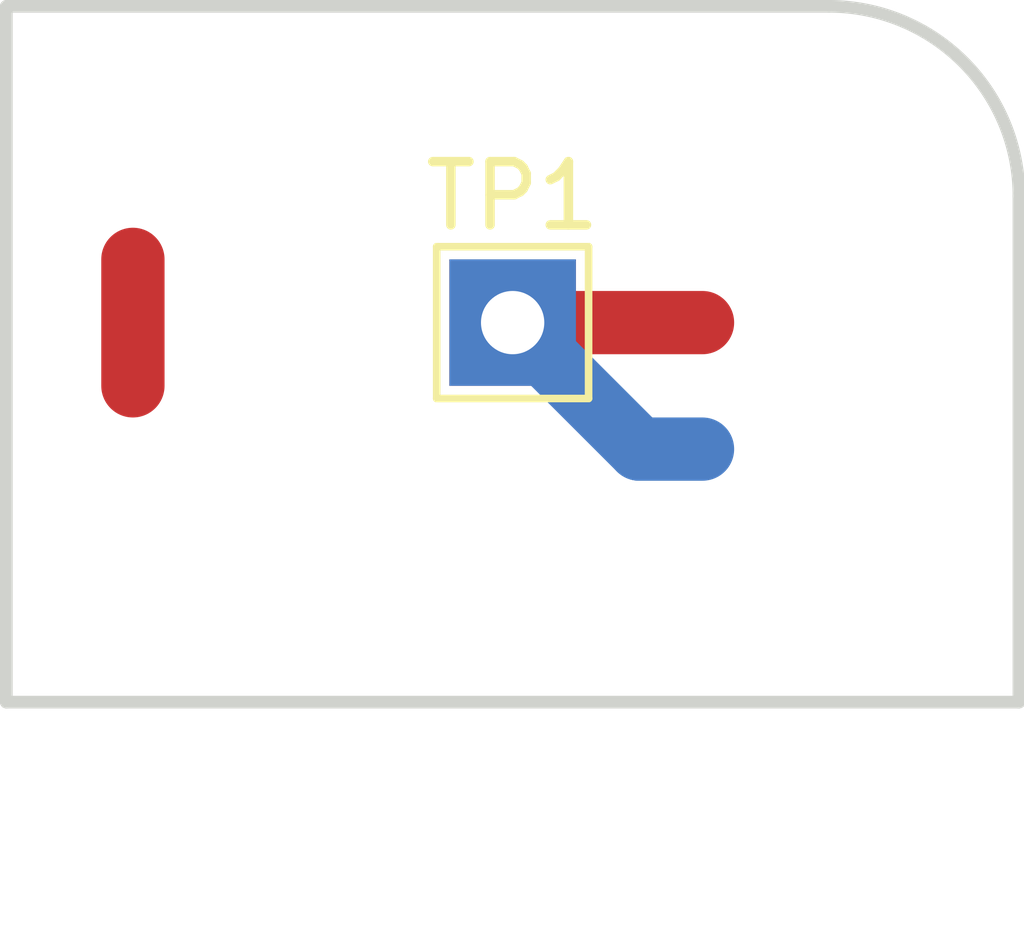
<source format=kicad_pcb>
(kicad_pcb (version 20221018) (generator pcbnew)
  (title_block (title "Simple Plotting Test") (date "2018-06-04") (rev "A") (company "KiPlot - KiCad Plotting Driver"))
  (layers (0 "F.Cu" signal) (31 "B.Cu" signal) (34 "B.Paste" user) (35 "F.Paste" user) (36 "B.SilkS" user "B.Silkscreen") (37 "F.SilkS" user "F.Silkscreen") (38 "B.Mask" user) (39 "F.Mask" user) (44 "Edge.Cuts" user))
  (net 0 "")
  (footprint "TestPoint:TestPoint_THTPad_2.0x2.0mm_Drill1.0mm" (layer "F.Cu") (at 140 100)
    (fp_text reference "TP1" (at 0 -2) (layer "F.SilkS"))
    (fp_text value "TestPoint2mm")
    (fp_line (start -1.2 -1.2) (end 1.2 -1.2) (stroke (width 0.12)) (layer "F.SilkS"))
    (fp_line (start -1.2 1.2) (end -1.2 -1.2) (stroke (width 0.12)) (layer "F.SilkS"))
    (fp_line (start 1.2 -1.2) (end 1.2 1.2) (stroke (width 0.12)) (layer "F.SilkS"))
    (fp_line (start 1.2 1.2) (end -1.2 1.2) (stroke (width 0.12)) (layer "F.SilkS"))
    (pad "1" thru_hole rect (at 0 0) (size 2 2) (drill 1) (layers "*.Cu" "*.Mask"))
  )
  (gr_line (start 145 95) (end 132 95) (stroke (width 0.2)) (layer "Edge.Cuts"))
  (gr_line (start 132 95) (end 132 106) (stroke (width 0.2)) (layer "Edge.Cuts"))
  (gr_line (start 148 106) (end 148 98) (stroke (width 0.2)) (layer "Edge.Cuts"))
  (gr_arc (start 145 95) (mid 147.12132 95.87868) (end 148 98) (stroke (width 0.2)) (layer "Edge.Cuts"))
  (gr_line (start 132 106) (end 148 106) (stroke (width 0.2)) (layer "Edge.Cuts"))
  (segment (start 140 100) (end 143 100) (width 1) (layer "F.Cu") (net 0))
  (segment (start 134 99) (end 134 101) (width 1) (layer "F.Cu") (net 0))
  (segment (start 142 102) (end 143 102) (width 1) (layer "B.Cu") (net 0))
  (segment (start 140 100) (end 142 102) (width 1) (layer "B.Cu") (net 0))
)
</source>
